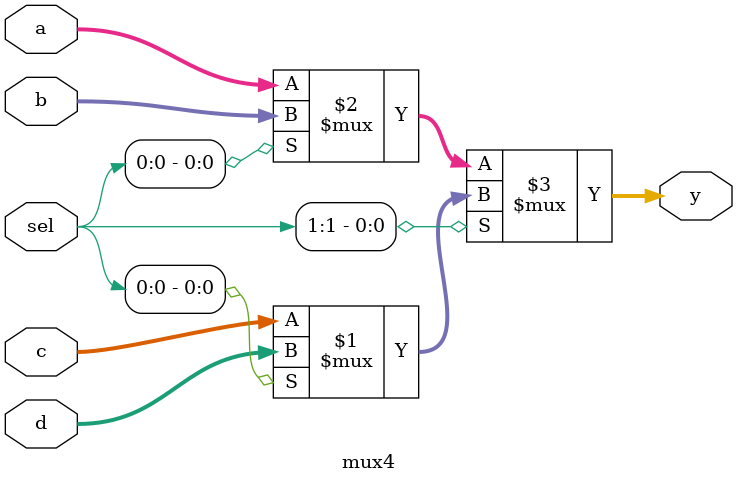
<source format=v>
module mux4 #(parameter WIDTH=32) (
    input wire [WIDTH-1:0] a, b, c, d,
    input wire [1:0] sel,

    output wire [WIDTH-1:0] y
);
    assign y = sel[1] ? (sel[0] ? d : c):
                        (sel[0] ? b : a);
    
endmodule
</source>
